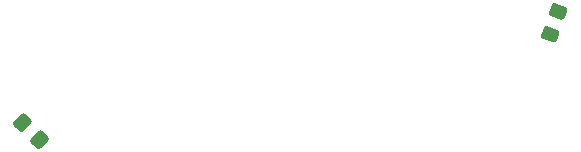
<source format=gbr>
%TF.GenerationSoftware,KiCad,Pcbnew,(5.1.7-0-10_14)*%
%TF.CreationDate,2020-10-21T09:08:44+08:00*%
%TF.ProjectId,HallowBadges,48616c6c-6f77-4426-9164-6765732e6b69,rev?*%
%TF.SameCoordinates,Original*%
%TF.FileFunction,Paste,Top*%
%TF.FilePolarity,Positive*%
%FSLAX46Y46*%
G04 Gerber Fmt 4.6, Leading zero omitted, Abs format (unit mm)*
G04 Created by KiCad (PCBNEW (5.1.7-0-10_14)) date 2020-10-21 09:08:44*
%MOMM*%
%LPD*%
G01*
G04 APERTURE LIST*
G04 APERTURE END LIST*
%TO.C,D1*%
G36*
G01*
X118049569Y-97388388D02*
X117413172Y-98024785D01*
G75*
G02*
X117059620Y-98024785I-176776J176776D01*
G01*
X116599999Y-97565164D01*
G75*
G02*
X116599999Y-97211612I176776J176776D01*
G01*
X117236396Y-96575215D01*
G75*
G02*
X117589948Y-96575215I176776J-176776D01*
G01*
X118049569Y-97034836D01*
G75*
G02*
X118049569Y-97388388I-176776J-176776D01*
G01*
G37*
G36*
G01*
X116600001Y-95938820D02*
X115963604Y-96575217D01*
G75*
G02*
X115610052Y-96575217I-176776J176776D01*
G01*
X115150431Y-96115596D01*
G75*
G02*
X115150431Y-95762044I176776J176776D01*
G01*
X115786828Y-95125647D01*
G75*
G02*
X116140380Y-95125647I176776J-176776D01*
G01*
X116600001Y-95585268D01*
G75*
G02*
X116600001Y-95938820I-176776J-176776D01*
G01*
G37*
%TD*%
%TO.C,D2*%
G36*
G01*
X161471989Y-87121022D02*
X160621021Y-86828010D01*
G75*
G02*
X160466034Y-86510239I81392J236379D01*
G01*
X160677654Y-85895651D01*
G75*
G02*
X160995425Y-85740664I236379J-81392D01*
G01*
X161846393Y-86033676D01*
G75*
G02*
X162001380Y-86351447I-81392J-236379D01*
G01*
X161789760Y-86966035D01*
G75*
G02*
X161471989Y-87121022I-236379J81392D01*
G01*
G37*
G36*
G01*
X160804575Y-89059336D02*
X159953607Y-88766324D01*
G75*
G02*
X159798620Y-88448553I81392J236379D01*
G01*
X160010240Y-87833965D01*
G75*
G02*
X160328011Y-87678978I236379J-81392D01*
G01*
X161178979Y-87971990D01*
G75*
G02*
X161333966Y-88289761I-81392J-236379D01*
G01*
X161122346Y-88904349D01*
G75*
G02*
X160804575Y-89059336I-236379J81392D01*
G01*
G37*
%TD*%
M02*

</source>
